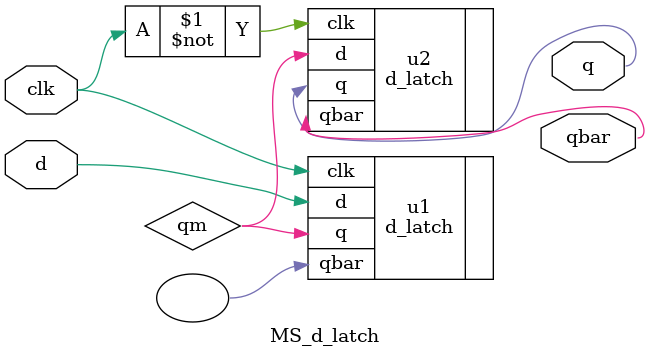
<source format=v>
`timescale 1ns / 1ps


module MS_d_latch(input clk,input d,output q,qbar);
wire qm,qbarm;
d_latch u1(.clk(clk),.d(d),.q(qm),.qbar());
d_latch u2(.clk(~clk),.d(qm),.q(q),.qbar(qbar));
endmodule

</source>
